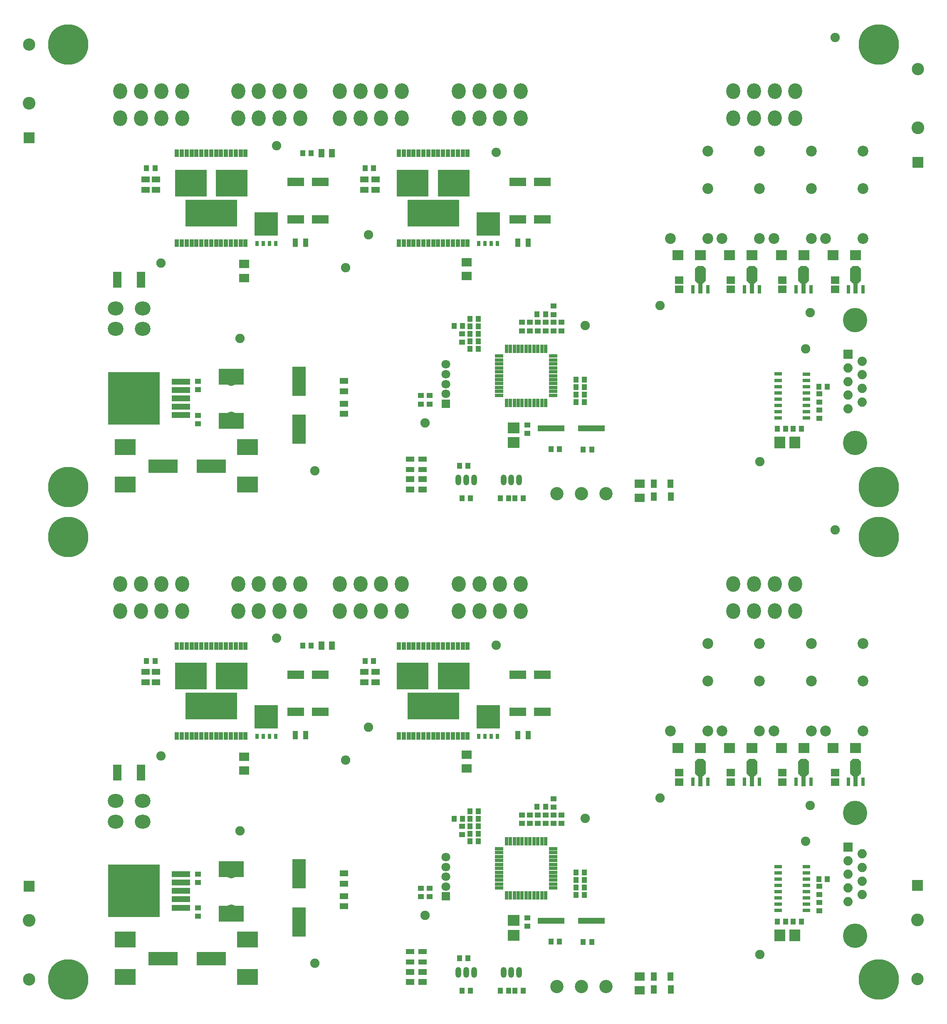
<source format=gts>
%FSLAX44Y44*%
%MOMM*%
G71*
G01*
G75*
G04 Layer_Color=8388736*
%ADD10C,1.5000*%
%ADD11R,5.2500X1.0000*%
%ADD12R,1.0000X0.9000*%
%ADD13R,0.9000X1.0000*%
%ADD14R,1.3000X0.6000*%
%ADD15R,2.0000X2.2000*%
%ADD16R,1.0000X1.6000*%
%ADD17R,1.8000X1.6000*%
%ADD18R,4.0000X3.0000*%
%ADD19R,10.4000X10.5000*%
%ADD20R,3.5000X1.1000*%
%ADD21R,5.0000X3.0000*%
%ADD22R,1.5000X1.0000*%
%ADD23R,5.7000X2.5000*%
%ADD24R,1.6000X3.0000*%
%ADD25R,2.5000X5.7000*%
%ADD26R,1.0000X1.5000*%
%ADD27R,3.2000X1.6000*%
%ADD28R,0.9000X1.5000*%
%ADD29R,0.6800X1.3000*%
%ADD30R,6.2300X5.2500*%
%ADD31R,10.3000X5.2500*%
%ADD32R,1.6000X0.5000*%
%ADD33R,0.5000X1.6000*%
%ADD34R,2.2000X2.0000*%
%ADD35R,2.1000X1.8500*%
%ADD36R,1.5000X0.9000*%
%ADD37R,1.5000X1.3000*%
G04:AMPARAMS|DCode=38|XSize=2mm|YSize=3.4mm|CornerRadius=0mm|HoleSize=0mm|Usage=FLASHONLY|Rotation=180.000|XOffset=0mm|YOffset=0mm|HoleType=Round|Shape=Octagon|*
%AMOCTAGOND38*
4,1,8,0.5000,-1.7000,-0.5000,-1.7000,-1.0000,-1.2000,-1.0000,1.2000,-0.5000,1.7000,0.5000,1.7000,1.0000,1.2000,1.0000,-1.2000,0.5000,-1.7000,0.0*
%
%ADD38OCTAGOND38*%

%ADD39R,0.6000X1.6000*%
%ADD40R,0.7000X2.0000*%
%ADD41R,4.6000X4.7000*%
%ADD42R,0.6000X0.9000*%
%ADD43C,0.6000*%
%ADD44C,0.5000*%
%ADD45C,0.4000*%
%ADD46C,1.0000*%
%ADD47C,2.0000*%
%ADD48C,1.2000*%
%ADD49C,1.5000*%
%ADD50C,1.3000*%
%ADD51R,3.8000X1.6000*%
%ADD52R,3.8000X2.0000*%
%ADD53R,10.8000X4.1000*%
%ADD54R,3.6000X2.6000*%
%ADD55R,3.6000X2.4000*%
%ADD56R,3.6000X2.4000*%
%ADD57R,10.7000X4.4000*%
%ADD58R,2.0000X2.0000*%
%ADD59C,2.4000*%
%ADD60C,4.7600*%
%ADD61R,1.6900X1.6900*%
%ADD62C,1.6900*%
%ADD63C,2.5000*%
%ADD64C,2.0000*%
%ADD65R,1.6000X1.6000*%
%ADD66C,1.6000*%
%ADD67O,2.6000X3.0000*%
%ADD68O,3.0000X2.6000*%
%ADD69C,8.0000*%
%ADD70O,1.0000X2.0000*%
%ADD71O,1.0000X2.0000*%
%ADD72C,1.2700*%
%ADD73C,1.2000*%
%ADD74C,1.0000*%
%ADD75R,8.3000X3.0000*%
%ADD76R,11.4000X5.8000*%
%ADD77R,11.3000X5.8000*%
%ADD78R,8.7000X3.0000*%
%ADD79R,7.8000X6.1000*%
%ADD80R,8.2000X3.4000*%
%ADD81R,8.8000X2.5000*%
%ADD82R,5.0000X5.6000*%
%ADD83R,2.1000X14.7000*%
%ADD84R,1.9000X15.7000*%
%ADD85R,5.2000X5.1000*%
%ADD86R,5.2000X9.5000*%
%ADD87R,12.2000X5.4000*%
%ADD88R,11.0000X4.2000*%
%ADD89R,3.7000X0.8000*%
%ADD90R,5.5000X0.6000*%
%ADD91R,1.6000X0.3000*%
%ADD92C,0.2000*%
%ADD93C,0.2500*%
%ADD94C,0.2540*%
%ADD95C,0.1500*%
%ADD96R,0.9000X0.6000*%
%ADD97C,1.7000*%
%ADD98R,5.4500X1.2000*%
%ADD99R,1.2000X1.1000*%
%ADD100R,1.1000X1.2000*%
%ADD101R,1.5000X0.8000*%
%ADD102R,2.2000X2.4000*%
%ADD103R,1.2000X1.8000*%
%ADD104R,2.0000X1.8000*%
%ADD105R,4.2000X3.2000*%
%ADD106R,10.6000X10.7000*%
%ADD107R,3.7000X1.3000*%
%ADD108R,5.2000X3.2000*%
%ADD109R,1.7000X1.2000*%
%ADD110R,5.9000X2.7000*%
%ADD111R,1.8000X3.2000*%
%ADD112R,2.7000X5.9000*%
%ADD113R,1.2000X1.7000*%
%ADD114R,3.4000X1.8000*%
%ADD115R,1.1000X1.7000*%
%ADD116R,0.8800X1.5000*%
%ADD117R,6.4300X5.4500*%
%ADD118R,10.5000X5.4500*%
%ADD119R,1.8000X0.7000*%
%ADD120R,0.7000X1.8000*%
%ADD121R,2.4000X2.2000*%
%ADD122R,2.3000X2.0500*%
%ADD123R,1.7000X1.1000*%
%ADD124R,1.7000X1.5000*%
G04:AMPARAMS|DCode=125|XSize=2.2mm|YSize=3.6mm|CornerRadius=0mm|HoleSize=0mm|Usage=FLASHONLY|Rotation=180.000|XOffset=0mm|YOffset=0mm|HoleType=Round|Shape=Octagon|*
%AMOCTAGOND125*
4,1,8,0.5500,-1.8000,-0.5500,-1.8000,-1.1000,-1.2500,-1.1000,1.2500,-0.5500,1.8000,0.5500,1.8000,1.1000,1.2500,1.1000,-1.2500,0.5500,-1.8000,0.0*
%
%ADD125OCTAGOND125*%

%ADD126R,0.8000X1.8000*%
%ADD127R,0.9000X2.2000*%
%ADD128R,0.8000X1.1000*%
%ADD129C,1.9000*%
%ADD130R,4.7500X4.8500*%
%ADD131R,0.7500X1.0500*%
%ADD132R,2.2032X2.2032*%
%ADD133C,2.6032*%
%ADD134C,2.5000*%
%ADD135C,4.9600*%
%ADD136R,1.8900X1.8900*%
%ADD137C,1.8900*%
%ADD138C,2.7000*%
%ADD139C,2.2000*%
%ADD140R,1.8000X1.8000*%
%ADD141C,1.8000*%
%ADD142O,2.8000X3.2000*%
%ADD143O,3.2000X2.8000*%
%ADD144C,8.2000*%
%ADD145O,1.2000X2.2000*%
%ADD146O,1.2000X2.2000*%
D73*
X359000Y649000D02*
D03*
Y688000D02*
D03*
Y675000D02*
D03*
Y662000D02*
D03*
X375000Y649000D02*
D03*
Y688000D02*
D03*
Y675000D02*
D03*
Y662000D02*
D03*
X391000Y649000D02*
D03*
Y688000D02*
D03*
Y675000D02*
D03*
Y662000D02*
D03*
X407000Y688000D02*
D03*
Y675000D02*
D03*
Y662000D02*
D03*
X323000Y661000D02*
D03*
Y674000D02*
D03*
Y687000D02*
D03*
Y648000D02*
D03*
X307000Y661000D02*
D03*
Y674000D02*
D03*
Y687000D02*
D03*
Y648000D02*
D03*
X291000Y661000D02*
D03*
Y674000D02*
D03*
Y687000D02*
D03*
Y648000D02*
D03*
X275000Y661000D02*
D03*
Y674000D02*
D03*
Y687000D02*
D03*
Y648000D02*
D03*
X407000Y649000D02*
D03*
X356333Y587000D02*
D03*
Y626000D02*
D03*
Y613000D02*
D03*
Y600000D02*
D03*
X371167Y587000D02*
D03*
Y626000D02*
D03*
Y613000D02*
D03*
Y600000D02*
D03*
X386000Y587000D02*
D03*
Y626000D02*
D03*
Y613000D02*
D03*
Y600000D02*
D03*
X297000Y587000D02*
D03*
Y626000D02*
D03*
Y613000D02*
D03*
Y600000D02*
D03*
X311833Y587000D02*
D03*
Y626000D02*
D03*
Y613000D02*
D03*
Y600000D02*
D03*
X326667Y587000D02*
D03*
Y626000D02*
D03*
Y613000D02*
D03*
Y600000D02*
D03*
X341500Y587000D02*
D03*
Y626000D02*
D03*
Y613000D02*
D03*
Y600000D02*
D03*
X859000Y649000D02*
D03*
X727000Y648000D02*
D03*
Y687000D02*
D03*
Y674000D02*
D03*
Y661000D02*
D03*
X743000Y648000D02*
D03*
Y687000D02*
D03*
Y674000D02*
D03*
Y661000D02*
D03*
X759000Y648000D02*
D03*
Y687000D02*
D03*
Y674000D02*
D03*
Y661000D02*
D03*
X775000Y648000D02*
D03*
Y687000D02*
D03*
Y674000D02*
D03*
Y661000D02*
D03*
X859000Y675000D02*
D03*
Y688000D02*
D03*
X843000Y662000D02*
D03*
Y675000D02*
D03*
Y688000D02*
D03*
Y649000D02*
D03*
X827000Y662000D02*
D03*
Y675000D02*
D03*
Y688000D02*
D03*
Y649000D02*
D03*
X811000Y662000D02*
D03*
Y675000D02*
D03*
Y688000D02*
D03*
Y649000D02*
D03*
X859000Y662000D02*
D03*
X792500Y600000D02*
D03*
Y613000D02*
D03*
Y626000D02*
D03*
Y587000D02*
D03*
X777667Y600000D02*
D03*
Y613000D02*
D03*
Y626000D02*
D03*
Y587000D02*
D03*
X762833Y600000D02*
D03*
Y613000D02*
D03*
Y626000D02*
D03*
Y587000D02*
D03*
X748000Y600000D02*
D03*
Y613000D02*
D03*
Y626000D02*
D03*
Y587000D02*
D03*
X837000Y600000D02*
D03*
Y613000D02*
D03*
Y626000D02*
D03*
Y587000D02*
D03*
X822167Y600000D02*
D03*
Y613000D02*
D03*
Y626000D02*
D03*
Y587000D02*
D03*
X807333Y600000D02*
D03*
Y613000D02*
D03*
Y626000D02*
D03*
Y587000D02*
D03*
X187000Y221600D02*
D03*
X161000D02*
D03*
X174000D02*
D03*
X187000Y237400D02*
D03*
X161000D02*
D03*
X174000D02*
D03*
X187000Y253200D02*
D03*
X161000D02*
D03*
X174000D02*
D03*
X187000Y269000D02*
D03*
X161000D02*
D03*
X174000D02*
D03*
X200000Y221600D02*
D03*
X213000D02*
D03*
X226000D02*
D03*
X200000Y237400D02*
D03*
X213000D02*
D03*
X226000D02*
D03*
X200000Y253200D02*
D03*
X213000D02*
D03*
X226000D02*
D03*
X200000Y269000D02*
D03*
X213000D02*
D03*
X226000Y205800D02*
D03*
X213000D02*
D03*
X200000D02*
D03*
X226000Y190000D02*
D03*
X213000D02*
D03*
X200000D02*
D03*
X174000Y205800D02*
D03*
X161000D02*
D03*
X187000D02*
D03*
X174000Y190000D02*
D03*
X161000D02*
D03*
X187000D02*
D03*
X890333Y570000D02*
D03*
Y596000D02*
D03*
Y583000D02*
D03*
X905167Y570000D02*
D03*
Y596000D02*
D03*
Y583000D02*
D03*
X920000Y570000D02*
D03*
Y596000D02*
D03*
Y583000D02*
D03*
X468000Y597000D02*
D03*
Y584000D02*
D03*
X453167Y597000D02*
D03*
X438333D02*
D03*
X468000Y571000D02*
D03*
X453167Y584000D02*
D03*
Y571000D02*
D03*
X438333Y584000D02*
D03*
Y571000D02*
D03*
X226000Y269000D02*
D03*
X359000Y1651000D02*
D03*
Y1690000D02*
D03*
Y1677000D02*
D03*
Y1664000D02*
D03*
X375000Y1651000D02*
D03*
Y1690000D02*
D03*
Y1677000D02*
D03*
Y1664000D02*
D03*
X391000Y1651000D02*
D03*
Y1690000D02*
D03*
Y1677000D02*
D03*
Y1664000D02*
D03*
X407000Y1690000D02*
D03*
Y1677000D02*
D03*
Y1664000D02*
D03*
X323000Y1663000D02*
D03*
Y1676000D02*
D03*
Y1689000D02*
D03*
Y1650000D02*
D03*
X307000Y1663000D02*
D03*
Y1676000D02*
D03*
Y1689000D02*
D03*
Y1650000D02*
D03*
X291000Y1663000D02*
D03*
Y1676000D02*
D03*
Y1689000D02*
D03*
Y1650000D02*
D03*
X275000Y1663000D02*
D03*
Y1676000D02*
D03*
Y1689000D02*
D03*
Y1650000D02*
D03*
X407000Y1651000D02*
D03*
X356333Y1589000D02*
D03*
Y1628000D02*
D03*
Y1615000D02*
D03*
Y1602000D02*
D03*
X371167Y1589000D02*
D03*
Y1628000D02*
D03*
Y1615000D02*
D03*
Y1602000D02*
D03*
X386000Y1589000D02*
D03*
Y1628000D02*
D03*
Y1615000D02*
D03*
Y1602000D02*
D03*
X297000Y1589000D02*
D03*
Y1628000D02*
D03*
Y1615000D02*
D03*
Y1602000D02*
D03*
X311833Y1589000D02*
D03*
Y1628000D02*
D03*
Y1615000D02*
D03*
Y1602000D02*
D03*
X326667Y1589000D02*
D03*
Y1628000D02*
D03*
Y1615000D02*
D03*
Y1602000D02*
D03*
X341500Y1589000D02*
D03*
Y1628000D02*
D03*
Y1615000D02*
D03*
Y1602000D02*
D03*
X859000Y1651000D02*
D03*
X727000Y1650000D02*
D03*
Y1689000D02*
D03*
Y1676000D02*
D03*
Y1663000D02*
D03*
X743000Y1650000D02*
D03*
Y1689000D02*
D03*
Y1676000D02*
D03*
Y1663000D02*
D03*
X759000Y1650000D02*
D03*
Y1689000D02*
D03*
Y1676000D02*
D03*
Y1663000D02*
D03*
X775000Y1650000D02*
D03*
Y1689000D02*
D03*
Y1676000D02*
D03*
Y1663000D02*
D03*
X859000Y1677000D02*
D03*
Y1690000D02*
D03*
X843000Y1664000D02*
D03*
Y1677000D02*
D03*
Y1690000D02*
D03*
Y1651000D02*
D03*
X827000Y1664000D02*
D03*
Y1677000D02*
D03*
Y1690000D02*
D03*
Y1651000D02*
D03*
X811000Y1664000D02*
D03*
Y1677000D02*
D03*
Y1690000D02*
D03*
Y1651000D02*
D03*
X859000Y1664000D02*
D03*
X792500Y1602000D02*
D03*
Y1615000D02*
D03*
Y1628000D02*
D03*
Y1589000D02*
D03*
X777667Y1602000D02*
D03*
Y1615000D02*
D03*
Y1628000D02*
D03*
Y1589000D02*
D03*
X762833Y1602000D02*
D03*
Y1615000D02*
D03*
Y1628000D02*
D03*
Y1589000D02*
D03*
X748000Y1602000D02*
D03*
Y1615000D02*
D03*
Y1628000D02*
D03*
Y1589000D02*
D03*
X837000Y1602000D02*
D03*
Y1615000D02*
D03*
Y1628000D02*
D03*
Y1589000D02*
D03*
X822167Y1602000D02*
D03*
Y1615000D02*
D03*
Y1628000D02*
D03*
Y1589000D02*
D03*
X807333Y1602000D02*
D03*
Y1615000D02*
D03*
Y1628000D02*
D03*
Y1589000D02*
D03*
X187000Y1223600D02*
D03*
X161000D02*
D03*
X174000D02*
D03*
X187000Y1239400D02*
D03*
X161000D02*
D03*
X174000D02*
D03*
X187000Y1255200D02*
D03*
X161000D02*
D03*
X174000D02*
D03*
X187000Y1271000D02*
D03*
X161000D02*
D03*
X174000D02*
D03*
X200000Y1223600D02*
D03*
X213000D02*
D03*
X226000D02*
D03*
X200000Y1239400D02*
D03*
X213000D02*
D03*
X226000D02*
D03*
X200000Y1255200D02*
D03*
X213000D02*
D03*
X226000D02*
D03*
X200000Y1271000D02*
D03*
X213000D02*
D03*
X226000Y1207800D02*
D03*
X213000D02*
D03*
X200000D02*
D03*
X226000Y1192000D02*
D03*
X213000D02*
D03*
X200000D02*
D03*
X174000Y1207800D02*
D03*
X161000D02*
D03*
X187000D02*
D03*
X174000Y1192000D02*
D03*
X161000D02*
D03*
X187000D02*
D03*
X890333Y1572000D02*
D03*
Y1598000D02*
D03*
Y1585000D02*
D03*
X905167Y1572000D02*
D03*
Y1598000D02*
D03*
Y1585000D02*
D03*
X920000Y1572000D02*
D03*
Y1598000D02*
D03*
Y1585000D02*
D03*
X468000Y1599000D02*
D03*
Y1586000D02*
D03*
X453167Y1599000D02*
D03*
X438333D02*
D03*
X468000Y1573000D02*
D03*
X453167Y1586000D02*
D03*
Y1573000D02*
D03*
X438333Y1586000D02*
D03*
Y1573000D02*
D03*
X226000Y1271000D02*
D03*
D98*
X1032750Y169000D02*
D03*
X1115250D02*
D03*
X1032750Y1171000D02*
D03*
X1115250D02*
D03*
D99*
X1579000Y206500D02*
D03*
Y189500D02*
D03*
Y239500D02*
D03*
Y222500D02*
D03*
X314000Y195500D02*
D03*
Y178500D02*
D03*
Y247500D02*
D03*
Y264500D02*
D03*
X1038000Y417500D02*
D03*
Y400500D02*
D03*
Y384500D02*
D03*
Y367500D02*
D03*
X990000Y384500D02*
D03*
Y367500D02*
D03*
X1054000Y384500D02*
D03*
Y367500D02*
D03*
X1022000Y367500D02*
D03*
Y384500D02*
D03*
X1006000Y367500D02*
D03*
Y384500D02*
D03*
X852000Y361500D02*
D03*
Y344500D02*
D03*
X985000Y175500D02*
D03*
Y158500D02*
D03*
X974000Y367500D02*
D03*
Y384500D02*
D03*
X786000Y235500D02*
D03*
Y218500D02*
D03*
X768000Y218500D02*
D03*
Y235500D02*
D03*
X1579000Y1208500D02*
D03*
Y1191500D02*
D03*
Y1241500D02*
D03*
Y1224500D02*
D03*
X314000Y1197500D02*
D03*
Y1180500D02*
D03*
Y1249500D02*
D03*
Y1266500D02*
D03*
X1038000Y1419500D02*
D03*
Y1402500D02*
D03*
Y1386500D02*
D03*
Y1369500D02*
D03*
X990000Y1386500D02*
D03*
Y1369500D02*
D03*
X1054000Y1386500D02*
D03*
Y1369500D02*
D03*
X1022000Y1369500D02*
D03*
Y1386500D02*
D03*
X1006000Y1369500D02*
D03*
Y1386500D02*
D03*
X852000Y1363500D02*
D03*
Y1346500D02*
D03*
X985000Y1177500D02*
D03*
Y1160500D02*
D03*
X974000Y1369500D02*
D03*
Y1386500D02*
D03*
X786000Y1237500D02*
D03*
Y1220500D02*
D03*
X768000Y1220500D02*
D03*
Y1237500D02*
D03*
D100*
X1493500Y168000D02*
D03*
X1510500D02*
D03*
X1525500D02*
D03*
X1542500D02*
D03*
X1595500Y254000D02*
D03*
X1578500D02*
D03*
X976500Y27000D02*
D03*
X959500D02*
D03*
X929500D02*
D03*
X946500D02*
D03*
X846500Y93000D02*
D03*
X863500D02*
D03*
X851500Y27000D02*
D03*
X868500D02*
D03*
X544500Y729000D02*
D03*
X527500D02*
D03*
X835500Y377000D02*
D03*
X852500D02*
D03*
X867500Y376750D02*
D03*
X884500D02*
D03*
X867500Y331000D02*
D03*
X884500D02*
D03*
X867500Y392000D02*
D03*
X884500D02*
D03*
X1100500Y237333D02*
D03*
X1083500D02*
D03*
X1100500Y252667D02*
D03*
X1083500D02*
D03*
Y222000D02*
D03*
X1100500D02*
D03*
X1083500Y268000D02*
D03*
X1100500D02*
D03*
X884500Y361500D02*
D03*
X867500D02*
D03*
X1021500Y401000D02*
D03*
X1004500D02*
D03*
X884500Y346250D02*
D03*
X867500D02*
D03*
X654500Y698000D02*
D03*
X671500D02*
D03*
X209500D02*
D03*
X226500D02*
D03*
X1115500Y126000D02*
D03*
X1098500D02*
D03*
X1032500Y127000D02*
D03*
X1049500D02*
D03*
X1493500Y1170000D02*
D03*
X1510500D02*
D03*
X1525500D02*
D03*
X1542500D02*
D03*
X1595500Y1256000D02*
D03*
X1578500D02*
D03*
X976500Y1029000D02*
D03*
X959500D02*
D03*
X929500D02*
D03*
X946500D02*
D03*
X846500Y1095000D02*
D03*
X863500D02*
D03*
X851500Y1029000D02*
D03*
X868500D02*
D03*
X544500Y1731000D02*
D03*
X527500D02*
D03*
X835500Y1379000D02*
D03*
X852500D02*
D03*
X867500Y1378750D02*
D03*
X884500D02*
D03*
X867500Y1333000D02*
D03*
X884500D02*
D03*
X867500Y1394000D02*
D03*
X884500D02*
D03*
X1100500Y1239333D02*
D03*
X1083500D02*
D03*
X1100500Y1254667D02*
D03*
X1083500D02*
D03*
Y1224000D02*
D03*
X1100500D02*
D03*
X1083500Y1270000D02*
D03*
X1100500D02*
D03*
X884500Y1363500D02*
D03*
X867500D02*
D03*
X1021500Y1403000D02*
D03*
X1004500D02*
D03*
X884500Y1348250D02*
D03*
X867500D02*
D03*
X654500Y1700000D02*
D03*
X671500D02*
D03*
X209500D02*
D03*
X226500D02*
D03*
X1115500Y1128000D02*
D03*
X1098500D02*
D03*
X1032500Y1129000D02*
D03*
X1049500D02*
D03*
D101*
X1495250Y279500D02*
D03*
Y266750D02*
D03*
Y254050D02*
D03*
Y241350D02*
D03*
Y228650D02*
D03*
Y215950D02*
D03*
Y203250D02*
D03*
Y190550D02*
D03*
X1552750Y279450D02*
D03*
Y266750D02*
D03*
Y254050D02*
D03*
Y241350D02*
D03*
Y228650D02*
D03*
Y215950D02*
D03*
Y203250D02*
D03*
Y190550D02*
D03*
X1495250Y1281500D02*
D03*
Y1268750D02*
D03*
Y1256050D02*
D03*
Y1243350D02*
D03*
Y1230650D02*
D03*
Y1217950D02*
D03*
Y1205250D02*
D03*
Y1192550D02*
D03*
X1552750Y1281450D02*
D03*
Y1268750D02*
D03*
Y1256050D02*
D03*
Y1243350D02*
D03*
Y1230650D02*
D03*
Y1217950D02*
D03*
Y1205250D02*
D03*
Y1192550D02*
D03*
D102*
X1529000Y140000D02*
D03*
X1499000D02*
D03*
X1529000Y1142000D02*
D03*
X1499000D02*
D03*
D103*
X1241750Y56000D02*
D03*
X1276250D02*
D03*
X1276400Y30000D02*
D03*
X1241900D02*
D03*
X1241750Y1058000D02*
D03*
X1276250D02*
D03*
X1276400Y1032000D02*
D03*
X1241900D02*
D03*
D104*
X1213000Y28000D02*
D03*
Y56000D02*
D03*
X861000Y479000D02*
D03*
Y507000D02*
D03*
X408000Y475000D02*
D03*
Y503000D02*
D03*
X1213000Y1030000D02*
D03*
Y1058000D02*
D03*
X861000Y1481000D02*
D03*
Y1509000D02*
D03*
X408000Y1477000D02*
D03*
Y1505000D02*
D03*
D105*
X166000Y131000D02*
D03*
Y55000D02*
D03*
X415000D02*
D03*
Y131000D02*
D03*
X166000Y1133000D02*
D03*
Y1057000D02*
D03*
X415000D02*
D03*
Y1133000D02*
D03*
D106*
X184000Y230000D02*
D03*
Y1232000D02*
D03*
D107*
X279500Y264000D02*
D03*
Y247000D02*
D03*
Y230000D02*
D03*
Y213000D02*
D03*
Y196000D02*
D03*
Y1266000D02*
D03*
Y1249000D02*
D03*
Y1232000D02*
D03*
Y1215000D02*
D03*
Y1198000D02*
D03*
D108*
X382000Y274000D02*
D03*
Y184000D02*
D03*
Y1276000D02*
D03*
Y1186000D02*
D03*
D109*
X611000Y265500D02*
D03*
Y244500D02*
D03*
Y199000D02*
D03*
Y219000D02*
D03*
X676000Y675500D02*
D03*
Y654500D02*
D03*
X207000Y675500D02*
D03*
Y654500D02*
D03*
X653000D02*
D03*
Y675500D02*
D03*
X229000Y654500D02*
D03*
Y675500D02*
D03*
X771000Y65500D02*
D03*
Y44500D02*
D03*
X746000Y65500D02*
D03*
Y44500D02*
D03*
X611000Y1267500D02*
D03*
Y1246500D02*
D03*
Y1201000D02*
D03*
Y1221000D02*
D03*
X676000Y1677500D02*
D03*
Y1656500D02*
D03*
X207000Y1677500D02*
D03*
Y1656500D02*
D03*
X653000D02*
D03*
Y1677500D02*
D03*
X229000Y1656500D02*
D03*
Y1677500D02*
D03*
X771000Y1067500D02*
D03*
Y1046500D02*
D03*
X746000Y1067500D02*
D03*
Y1046500D02*
D03*
D110*
X341000Y92000D02*
D03*
X243000D02*
D03*
X341000Y1094000D02*
D03*
X243000D02*
D03*
D111*
X150000Y471000D02*
D03*
X198000D02*
D03*
X150000Y1473000D02*
D03*
X198000D02*
D03*
D112*
X520000Y167000D02*
D03*
Y265000D02*
D03*
Y1169000D02*
D03*
Y1267000D02*
D03*
D113*
X586500Y729000D02*
D03*
X565500D02*
D03*
X586500Y1731000D02*
D03*
X565500D02*
D03*
D114*
X965000Y670000D02*
D03*
X1015000D02*
D03*
X965000Y594000D02*
D03*
X1015000D02*
D03*
X513000D02*
D03*
X563000D02*
D03*
X513000Y670000D02*
D03*
X563000D02*
D03*
X965000Y1672000D02*
D03*
X1015000D02*
D03*
X965000Y1596000D02*
D03*
X1015000D02*
D03*
X513000D02*
D03*
X563000D02*
D03*
X513000Y1672000D02*
D03*
X563000D02*
D03*
D115*
X965500Y547000D02*
D03*
X986500D02*
D03*
X512500D02*
D03*
X533500D02*
D03*
X965500Y1549000D02*
D03*
X986500D02*
D03*
X512500D02*
D03*
X533500D02*
D03*
D116*
X723000Y545500D02*
D03*
X733000D02*
D03*
X743000D02*
D03*
X753000D02*
D03*
X763000D02*
D03*
X773000D02*
D03*
X783000D02*
D03*
X793000D02*
D03*
X803000D02*
D03*
X813000D02*
D03*
X823000D02*
D03*
X833000D02*
D03*
X843000D02*
D03*
X853000D02*
D03*
X863000D02*
D03*
Y728500D02*
D03*
X853000D02*
D03*
X843000D02*
D03*
X833000D02*
D03*
X823000D02*
D03*
X813000D02*
D03*
X803000D02*
D03*
X793000D02*
D03*
X783000D02*
D03*
X773000D02*
D03*
X763000D02*
D03*
X753000D02*
D03*
X743000D02*
D03*
X733000D02*
D03*
X723000D02*
D03*
X271000Y545500D02*
D03*
X281000D02*
D03*
X291000D02*
D03*
X301000D02*
D03*
X311000D02*
D03*
X321000D02*
D03*
X331000D02*
D03*
X341000D02*
D03*
X351000D02*
D03*
X361000D02*
D03*
X371000D02*
D03*
X381000D02*
D03*
X391000D02*
D03*
X401000D02*
D03*
X411000D02*
D03*
Y728500D02*
D03*
X401000D02*
D03*
X391000D02*
D03*
X381000D02*
D03*
X371000D02*
D03*
X361000D02*
D03*
X351000D02*
D03*
X341000D02*
D03*
X331000D02*
D03*
X321000D02*
D03*
X311000D02*
D03*
X301000D02*
D03*
X291000D02*
D03*
X281000D02*
D03*
X271000D02*
D03*
X723000Y1547500D02*
D03*
X733000D02*
D03*
X743000D02*
D03*
X753000D02*
D03*
X763000D02*
D03*
X773000D02*
D03*
X783000D02*
D03*
X793000D02*
D03*
X803000D02*
D03*
X813000D02*
D03*
X823000D02*
D03*
X833000D02*
D03*
X843000D02*
D03*
X853000D02*
D03*
X863000D02*
D03*
Y1730500D02*
D03*
X853000D02*
D03*
X843000D02*
D03*
X833000D02*
D03*
X823000D02*
D03*
X813000D02*
D03*
X803000D02*
D03*
X793000D02*
D03*
X783000D02*
D03*
X773000D02*
D03*
X763000D02*
D03*
X753000D02*
D03*
X743000D02*
D03*
X733000D02*
D03*
X723000D02*
D03*
X271000Y1547500D02*
D03*
X281000D02*
D03*
X291000D02*
D03*
X301000D02*
D03*
X311000D02*
D03*
X321000D02*
D03*
X331000D02*
D03*
X341000D02*
D03*
X351000D02*
D03*
X361000D02*
D03*
X371000D02*
D03*
X381000D02*
D03*
X391000D02*
D03*
X401000D02*
D03*
X411000D02*
D03*
Y1730500D02*
D03*
X401000D02*
D03*
X391000D02*
D03*
X381000D02*
D03*
X371000D02*
D03*
X361000D02*
D03*
X351000D02*
D03*
X341000D02*
D03*
X331000D02*
D03*
X321000D02*
D03*
X311000D02*
D03*
X301000D02*
D03*
X291000D02*
D03*
X281000D02*
D03*
X271000D02*
D03*
D117*
X834650Y667500D02*
D03*
X751350D02*
D03*
X382650D02*
D03*
X299350D02*
D03*
X834650Y1669500D02*
D03*
X751350D02*
D03*
X382650D02*
D03*
X299350D02*
D03*
D118*
X793000Y606500D02*
D03*
X341000D02*
D03*
X793000Y1608500D02*
D03*
X341000D02*
D03*
D119*
X1037000Y236000D02*
D03*
Y244000D02*
D03*
Y252000D02*
D03*
Y260000D02*
D03*
Y268000D02*
D03*
Y276000D02*
D03*
Y284000D02*
D03*
Y292000D02*
D03*
Y300000D02*
D03*
Y308000D02*
D03*
Y316000D02*
D03*
X927000Y236000D02*
D03*
Y244000D02*
D03*
Y252000D02*
D03*
Y260000D02*
D03*
Y268000D02*
D03*
Y276000D02*
D03*
Y284000D02*
D03*
Y292000D02*
D03*
Y300000D02*
D03*
Y308000D02*
D03*
Y316000D02*
D03*
X1037000Y1238000D02*
D03*
Y1246000D02*
D03*
Y1254000D02*
D03*
Y1262000D02*
D03*
Y1270000D02*
D03*
Y1278000D02*
D03*
Y1286000D02*
D03*
Y1294000D02*
D03*
Y1302000D02*
D03*
Y1310000D02*
D03*
Y1318000D02*
D03*
X927000Y1238000D02*
D03*
Y1246000D02*
D03*
Y1254000D02*
D03*
Y1262000D02*
D03*
Y1270000D02*
D03*
Y1278000D02*
D03*
Y1286000D02*
D03*
Y1294000D02*
D03*
Y1302000D02*
D03*
Y1310000D02*
D03*
Y1318000D02*
D03*
D120*
X942000Y221000D02*
D03*
X950000D02*
D03*
X958000D02*
D03*
X966000D02*
D03*
X974000D02*
D03*
X982000D02*
D03*
X990000D02*
D03*
X998000D02*
D03*
X1006000D02*
D03*
X1014000D02*
D03*
X1022000D02*
D03*
X942000Y331000D02*
D03*
X950000D02*
D03*
X958000D02*
D03*
X966000D02*
D03*
X974000D02*
D03*
X982000D02*
D03*
X990000D02*
D03*
X998000D02*
D03*
X1006000D02*
D03*
X1014000D02*
D03*
X1022000D02*
D03*
X942000Y1223000D02*
D03*
X950000D02*
D03*
X958000D02*
D03*
X966000D02*
D03*
X974000D02*
D03*
X982000D02*
D03*
X990000D02*
D03*
X998000D02*
D03*
X1006000D02*
D03*
X1014000D02*
D03*
X1022000D02*
D03*
X942000Y1333000D02*
D03*
X950000D02*
D03*
X958000D02*
D03*
X966000D02*
D03*
X974000D02*
D03*
X982000D02*
D03*
X990000D02*
D03*
X998000D02*
D03*
X1006000D02*
D03*
X1014000D02*
D03*
X1022000D02*
D03*
D121*
X957000Y140000D02*
D03*
Y170000D02*
D03*
Y1142000D02*
D03*
Y1172000D02*
D03*
D122*
X1291000Y521000D02*
D03*
X1337000D02*
D03*
X1396000D02*
D03*
X1442000D02*
D03*
X1502000D02*
D03*
X1548000D02*
D03*
X1607000D02*
D03*
X1653000D02*
D03*
X1291000Y1523000D02*
D03*
X1337000D02*
D03*
X1396000D02*
D03*
X1442000D02*
D03*
X1502000D02*
D03*
X1548000D02*
D03*
X1607000D02*
D03*
X1653000D02*
D03*
D123*
X771000Y106500D02*
D03*
Y85500D02*
D03*
X746000Y106500D02*
D03*
Y85500D02*
D03*
X771000Y1108500D02*
D03*
Y1087500D02*
D03*
X746000Y1108500D02*
D03*
Y1087500D02*
D03*
D124*
X1294000Y451500D02*
D03*
Y470500D02*
D03*
X1399000Y451500D02*
D03*
Y470500D02*
D03*
X1504000Y451500D02*
D03*
Y470500D02*
D03*
X1611000Y451500D02*
D03*
Y470500D02*
D03*
X1294000Y1453500D02*
D03*
Y1472500D02*
D03*
X1399000Y1453500D02*
D03*
Y1472500D02*
D03*
X1504000Y1453500D02*
D03*
Y1472500D02*
D03*
X1611000Y1453500D02*
D03*
Y1472500D02*
D03*
D125*
X1337000Y481000D02*
D03*
X1442000D02*
D03*
X1547000D02*
D03*
X1653000D02*
D03*
X1337000Y1483000D02*
D03*
X1442000D02*
D03*
X1547000D02*
D03*
X1653000D02*
D03*
D126*
X1352000Y452000D02*
D03*
X1322000D02*
D03*
X1457000D02*
D03*
X1427000D02*
D03*
X1562000D02*
D03*
X1532000D02*
D03*
X1668000D02*
D03*
X1638000D02*
D03*
X1352000Y1454000D02*
D03*
X1322000D02*
D03*
X1457000D02*
D03*
X1427000D02*
D03*
X1562000D02*
D03*
X1532000D02*
D03*
X1668000D02*
D03*
X1638000D02*
D03*
D127*
X1337000Y454000D02*
D03*
X1442000D02*
D03*
X1547000D02*
D03*
X1653000D02*
D03*
X1337000Y1456000D02*
D03*
X1442000D02*
D03*
X1547000D02*
D03*
X1653000D02*
D03*
D129*
X400000Y352000D02*
D03*
X1560000Y404000D02*
D03*
X1255000Y419000D02*
D03*
X1551000Y331000D02*
D03*
X1458000Y101000D02*
D03*
X776000Y180000D02*
D03*
X552000Y83000D02*
D03*
X661000Y563000D02*
D03*
X239000Y505000D02*
D03*
X474000Y744000D02*
D03*
X615000Y496000D02*
D03*
X921000Y730000D02*
D03*
X1102000Y378000D02*
D03*
X1611000Y964000D02*
D03*
X400000Y1354000D02*
D03*
X1560000Y1406000D02*
D03*
X1255000Y1421000D02*
D03*
X1551000Y1333000D02*
D03*
X1458000Y1103000D02*
D03*
X776000Y1182000D02*
D03*
X552000Y1085000D02*
D03*
X661000Y1565000D02*
D03*
X239000Y1507000D02*
D03*
X474000Y1746000D02*
D03*
X615000Y1498000D02*
D03*
X921000Y1732000D02*
D03*
X1102000Y1380000D02*
D03*
X1611000Y1966000D02*
D03*
D130*
X453000Y584300D02*
D03*
X905000D02*
D03*
X453000Y1586300D02*
D03*
X905000D02*
D03*
D131*
X472050Y544750D02*
D03*
X459350D02*
D03*
X446650D02*
D03*
X433950D02*
D03*
X924050D02*
D03*
X911350D02*
D03*
X898650D02*
D03*
X885950D02*
D03*
X472050Y1546750D02*
D03*
X459350D02*
D03*
X446650D02*
D03*
X433950D02*
D03*
X924050D02*
D03*
X911350D02*
D03*
X898650D02*
D03*
X885950D02*
D03*
D132*
X-30000Y1762000D02*
D03*
X1780000Y1712000D02*
D03*
X1779000Y241000D02*
D03*
X-30000Y240000D02*
D03*
D133*
Y1832001D02*
D03*
X1780000Y1782001D02*
D03*
X1779000Y171000D02*
D03*
X-30000Y170000D02*
D03*
D134*
Y1952000D02*
D03*
X1780000Y1902000D02*
D03*
X1779000Y51000D02*
D03*
X-30000Y50000D02*
D03*
D135*
X1652000Y139050D02*
D03*
Y388950D02*
D03*
Y1141050D02*
D03*
Y1390950D02*
D03*
D136*
X1637800Y319400D02*
D03*
Y1321400D02*
D03*
D137*
X1666200Y305550D02*
D03*
X1637800Y291700D02*
D03*
X1666200Y277850D02*
D03*
X1637800Y264000D02*
D03*
X1666200Y250150D02*
D03*
X1637800Y236300D02*
D03*
X1666200Y222450D02*
D03*
X1637800Y208600D02*
D03*
X1666200Y1307550D02*
D03*
X1637800Y1293700D02*
D03*
X1666200Y1279850D02*
D03*
X1637800Y1266000D02*
D03*
X1666200Y1252150D02*
D03*
X1637800Y1238300D02*
D03*
X1666200Y1224450D02*
D03*
X1637800Y1210600D02*
D03*
D138*
X1095000Y36000D02*
D03*
X1045000D02*
D03*
X1145000D02*
D03*
X1095000Y1038000D02*
D03*
X1045000D02*
D03*
X1145000D02*
D03*
D139*
X382000Y266500D02*
D03*
Y191500D02*
D03*
X1352100Y732900D02*
D03*
X1275900Y555100D02*
D03*
X1352100D02*
D03*
Y656700D02*
D03*
X1457433Y732900D02*
D03*
X1381233Y555100D02*
D03*
X1457433D02*
D03*
Y656700D02*
D03*
X1562767Y732900D02*
D03*
X1486567Y555100D02*
D03*
X1562767D02*
D03*
Y656700D02*
D03*
X1668100Y732900D02*
D03*
X1591900Y555100D02*
D03*
X1668100D02*
D03*
Y656700D02*
D03*
X382000Y1268500D02*
D03*
Y1193500D02*
D03*
X1352100Y1734900D02*
D03*
X1275900Y1557100D02*
D03*
X1352100D02*
D03*
Y1658700D02*
D03*
X1457433Y1734900D02*
D03*
X1381233Y1557100D02*
D03*
X1457433D02*
D03*
Y1658700D02*
D03*
X1562767Y1734900D02*
D03*
X1486567Y1557100D02*
D03*
X1562767D02*
D03*
Y1658700D02*
D03*
X1668100Y1734900D02*
D03*
X1591900Y1557100D02*
D03*
X1668100D02*
D03*
Y1658700D02*
D03*
D140*
X819000Y219000D02*
D03*
Y1221000D02*
D03*
D141*
Y239000D02*
D03*
Y299000D02*
D03*
Y279000D02*
D03*
Y259000D02*
D03*
Y1241000D02*
D03*
Y1301000D02*
D03*
Y1281000D02*
D03*
Y1261000D02*
D03*
D142*
X687000Y854500D02*
D03*
Y799500D02*
D03*
X729000Y854500D02*
D03*
Y799500D02*
D03*
X645000Y854500D02*
D03*
Y799500D02*
D03*
X603000Y854500D02*
D03*
Y799500D02*
D03*
X240000Y854500D02*
D03*
Y799500D02*
D03*
X282000Y854500D02*
D03*
Y799500D02*
D03*
X198000Y854500D02*
D03*
Y799500D02*
D03*
X156000Y854500D02*
D03*
Y799500D02*
D03*
X929000Y854500D02*
D03*
Y799500D02*
D03*
X971000Y854500D02*
D03*
Y799500D02*
D03*
X887000Y854500D02*
D03*
Y799500D02*
D03*
X845000Y854500D02*
D03*
Y799500D02*
D03*
X480000Y854500D02*
D03*
Y799500D02*
D03*
X522000Y854500D02*
D03*
Y799500D02*
D03*
X438000Y854500D02*
D03*
Y799500D02*
D03*
X396000Y854500D02*
D03*
Y799500D02*
D03*
X1488000Y854500D02*
D03*
Y799500D02*
D03*
X1530000Y854500D02*
D03*
Y799500D02*
D03*
X1446000Y854500D02*
D03*
Y799500D02*
D03*
X1404000Y854500D02*
D03*
Y799500D02*
D03*
X687000Y1856500D02*
D03*
Y1801500D02*
D03*
X729000Y1856500D02*
D03*
Y1801500D02*
D03*
X645000Y1856500D02*
D03*
Y1801500D02*
D03*
X603000Y1856500D02*
D03*
Y1801500D02*
D03*
X240000Y1856500D02*
D03*
Y1801500D02*
D03*
X282000Y1856500D02*
D03*
Y1801500D02*
D03*
X198000Y1856500D02*
D03*
Y1801500D02*
D03*
X156000Y1856500D02*
D03*
Y1801500D02*
D03*
X929000Y1856500D02*
D03*
Y1801500D02*
D03*
X971000Y1856500D02*
D03*
Y1801500D02*
D03*
X887000Y1856500D02*
D03*
Y1801500D02*
D03*
X845000Y1856500D02*
D03*
Y1801500D02*
D03*
X480000Y1856500D02*
D03*
Y1801500D02*
D03*
X522000Y1856500D02*
D03*
Y1801500D02*
D03*
X438000Y1856500D02*
D03*
Y1801500D02*
D03*
X396000Y1856500D02*
D03*
Y1801500D02*
D03*
X1488000Y1856500D02*
D03*
Y1801500D02*
D03*
X1530000Y1856500D02*
D03*
Y1801500D02*
D03*
X1446000Y1856500D02*
D03*
Y1801500D02*
D03*
X1404000Y1856500D02*
D03*
Y1801500D02*
D03*
D143*
X146500Y371000D02*
D03*
X201500D02*
D03*
Y413000D02*
D03*
X146500D02*
D03*
Y1373000D02*
D03*
X201500D02*
D03*
Y1415000D02*
D03*
X146500D02*
D03*
D144*
X1700000Y950000D02*
D03*
X50000D02*
D03*
Y50000D02*
D03*
X1700000D02*
D03*
Y1952000D02*
D03*
X50000D02*
D03*
Y1052000D02*
D03*
X1700000D02*
D03*
D145*
X876000Y64000D02*
D03*
X844000D02*
D03*
X936000D02*
D03*
X968000D02*
D03*
X876000Y1066000D02*
D03*
X844000D02*
D03*
X936000D02*
D03*
X968000D02*
D03*
D146*
X860000Y64000D02*
D03*
X952000D02*
D03*
X860000Y1066000D02*
D03*
X952000D02*
D03*
M02*

</source>
